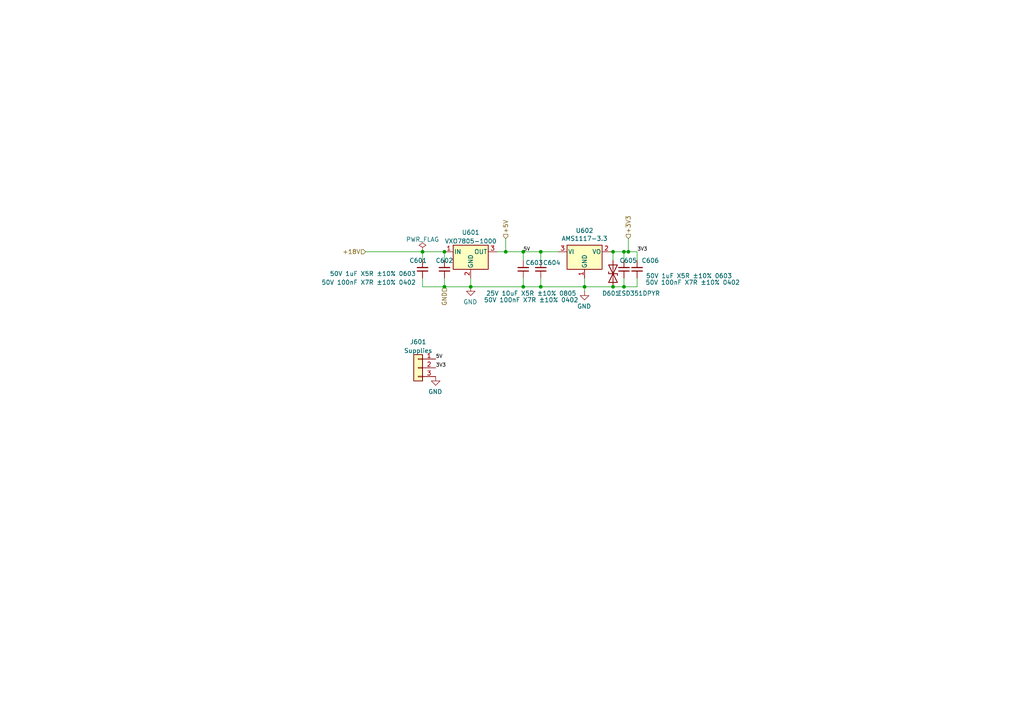
<source format=kicad_sch>
(kicad_sch (version 20211123) (generator eeschema)
  (paper "A4")
  (lib_symbols
    (symbol "Connector_Generic:Conn_01x03" (pin_names (offset 1.016) hide)
      (property "Reference" "J" (at 0 5.08 0))
      (property "Value" "Conn_01x03" (at 0 -5.08 0))
      (symbol "Conn_01x03_1_1"
        (rectangle (start -1.27 -2.413) (end 0 -2.667) (stroke (width 0.1524)))
        (rectangle (start -1.27 0.127) (end 0 -0.127) (stroke (width 0.1524)))
        (rectangle (start -1.27 2.667) (end 0 2.413) (stroke (width 0.1524)))
        (rectangle (start -1.27 3.81) (end 1.27 -3.81) (stroke (width 0.254)) (fill (type background)))
        (pin passive line (at -5.08 2.54 0) (length 3.81) (name "Pin_1") (number "1"))
        (pin passive line (at -5.08 0 0) (length 3.81) (name "Pin_2") (number "2"))
        (pin passive line (at -5.08 -2.54 0) (length 3.81) (name "Pin_3") (number "3"))
      )
    )
    (symbol "Device:C_Small" (pin_numbers hide) (pin_names (offset 0.254) hide)
      (property "Reference" "C" (at 0.254 1.778 0))
      (property "Value" "C_Small" (at 0.254 -2.032 0))
      (symbol "C_Small_0_1"
        (polyline (pts (xy -1.524 -0.508) (xy 1.524 -0.508)) (stroke (width 0.3302)))
        (polyline (pts (xy -1.524 0.508) (xy 1.524 0.508)) (stroke (width 0.3048)))
      )
      (symbol "C_Small_1_1"
        (pin passive line (at 0 2.54 270) (length 2.032) (name "~") (number "1"))
        (pin passive line (at 0 -2.54 90) (length 2.032) (name "~") (number "2"))
      )
    )
    (symbol "Device:D_TVS" (pin_numbers hide) (pin_names (offset 1.016) hide)
      (property "Reference" "D" (at 0 2.54 0))
      (property "Value" "D_TVS" (at 0 -2.54 0))
      (symbol "D_TVS_0_1"
        (polyline (pts (xy 1.27 0) (xy -1.27 0)))
        (polyline (pts (xy 0.508 1.27) (xy 0 1.27) (xy 0 -1.27) (xy -0.508 -1.27)) (stroke (width 0.254)))
        (polyline (pts (xy -2.54 1.27) (xy -2.54 -1.27) (xy 2.54 1.27) (xy 2.54 -1.27) (xy -2.54 1.27)) (stroke (width 0.254)))
      )
      (symbol "D_TVS_1_1"
        (pin passive line (at -3.81 0 0) (length 2.54) (name "A1") (number "1"))
        (pin passive line (at 3.81 0 180) (length 2.54) (name "A2") (number "2"))
      )
    )
    (symbol "Regulator_Linear:AP1117-15" (pin_names (offset 0.254))
      (property "Reference" "U" (at -3.81 3.175 0))
      (property "Value" "AP1117-15" (at 0 3.175 0))
      (symbol "AP1117-15_0_1"
        (rectangle (start -5.08 -5.08) (end 5.08 1.905) (stroke (width 0.254)) (fill (type background)))
      )
      (symbol "AP1117-15_1_1"
        (pin power_in line (at 0 -7.62 90) (length 2.54) (name "GND") (number "1"))
        (pin power_out line (at 7.62 0 180) (length 2.54) (name "VO") (number "2"))
        (pin power_in line (at -7.62 0 0) (length 2.54) (name "VI") (number "3"))
      )
    )
    (symbol "Regulator_Linear:L7805" (pin_names (offset 0.254))
      (property "Reference" "U" (at -3.81 3.175 0))
      (property "Value" "L7805" (at 0 3.175 0))
      (symbol "L7805_0_1"
        (rectangle (start -5.08 1.905) (end 5.08 -5.08) (stroke (width 0.254)) (fill (type background)))
      )
      (symbol "L7805_1_1"
        (pin power_in line (at -7.62 0 0) (length 2.54) (name "IN") (number "1"))
        (pin power_in line (at 0 -7.62 90) (length 2.54) (name "GND") (number "2"))
        (pin power_out line (at 7.62 0 180) (length 2.54) (name "OUT") (number "3"))
      )
    )
    (symbol "power:GND" (power) (pin_names (offset 0))
      (property "Value" "GND" (at 0 -3.81 0))
      (symbol "GND_0_1"
        (polyline (pts (xy 0 0) (xy 0 -1.27) (xy 1.27 -1.27) (xy 0 -2.54) (xy -1.27 -1.27) (xy 0 -1.27)))
      )
      (symbol "GND_1_1"
        (pin power_in line (at 0 0 270) (length 0) hide (name "GND") (number "1"))
      )
    )
    (symbol "power:PWR_FLAG" (power) (pin_numbers hide) (pin_names (offset 0) hide)
      (property "Value" "PWR_FLAG" (at 0 3.81 0))
      (symbol "PWR_FLAG_0_0"
        (pin power_out line (at 0 0 90) (length 0) (name "pwr") (number "1"))
      )
      (symbol "PWR_FLAG_0_1"
        (polyline (pts (xy 0 0) (xy 0 1.27) (xy -1.016 1.905) (xy 0 2.54) (xy 1.016 1.905) (xy 0 1.27)))
      )
    )
  )
  (junction (at 151.765 83.185))
  (junction (at 136.525 83.185))
  (junction (at 177.8 83.185))
  (junction (at 156.845 83.185))
  (junction (at 146.685 73.025))
  (junction (at 128.905 83.185))
  (junction (at 180.975 73.025))
  (junction (at 122.555 73.025))
  (junction (at 182.245 73.025))
  (junction (at 169.545 83.185))
  (junction (at 151.765 73.025))
  (junction (at 156.845 73.025))
  (junction (at 177.8 73.025))
  (junction (at 180.975 83.185))
  (junction (at 128.905 73.025))
  (wire (pts (xy 169.545 83.185) (xy 156.845 83.185)))
  (wire (pts (xy 151.765 73.025) (xy 146.685 73.025)))
  (wire (pts (xy 184.785 80.645) (xy 184.785 83.185)))
  (wire (pts (xy 169.545 83.185) (xy 169.545 80.645)))
  (wire (pts (xy 182.245 69.215) (xy 182.245 73.025)))
  (wire (pts (xy 136.525 80.645) (xy 136.525 83.185)))
  (wire (pts (xy 177.8 83.185) (xy 169.545 83.185)))
  (wire (pts (xy 128.905 73.025) (xy 122.555 73.025)))
  (wire (pts (xy 136.525 83.185) (xy 151.765 83.185)))
  (wire (pts (xy 122.555 83.185) (xy 128.905 83.185)))
  (wire (pts (xy 184.785 83.185) (xy 180.975 83.185)))
  (wire (pts (xy 169.545 84.455) (xy 169.545 83.185)))
  (wire (pts (xy 151.765 75.565) (xy 151.765 73.025)))
  (wire (pts (xy 156.845 83.185) (xy 151.765 83.185)))
  (wire (pts (xy 122.555 75.565) (xy 122.555 73.025)))
  (wire (pts (xy 180.975 83.185) (xy 180.975 80.645)))
  (wire (pts (xy 177.8 73.025) (xy 177.165 73.025)))
  (wire (pts (xy 146.685 69.215) (xy 146.685 73.025)))
  (wire (pts (xy 156.845 80.645) (xy 156.845 83.185)))
  (wire (pts (xy 182.245 73.025) (xy 180.975 73.025)))
  (wire (pts (xy 180.975 73.025) (xy 177.8 73.025)))
  (wire (pts (xy 180.975 83.185) (xy 177.8 83.185)))
  (wire (pts (xy 122.555 80.645) (xy 122.555 83.185)))
  (wire (pts (xy 156.845 73.025) (xy 151.765 73.025)))
  (wire (pts (xy 184.785 75.565) (xy 184.785 73.025)))
  (wire (pts (xy 144.145 73.025) (xy 146.685 73.025)))
  (wire (pts (xy 184.785 73.025) (xy 182.245 73.025)))
  (wire (pts (xy 161.925 73.025) (xy 156.845 73.025)))
  (wire (pts (xy 128.905 80.645) (xy 128.905 83.185)))
  (wire (pts (xy 151.765 80.645) (xy 151.765 83.185)))
  (wire (pts (xy 177.8 73.025) (xy 177.8 75.565)))
  (wire (pts (xy 180.975 75.565) (xy 180.975 73.025)))
  (wire (pts (xy 156.845 75.565) (xy 156.845 73.025)))
  (wire (pts (xy 128.905 75.565) (xy 128.905 73.025)))
  (wire (pts (xy 106.045 73.025) (xy 122.555 73.025)))
  (wire (pts (xy 128.905 83.185) (xy 136.525 83.185)))
  (label "5V" (at 126.365 104.14 0) (effects (font (size 1.016 1.016))))
  (label "3V3" (at 184.785 73.025 0) (effects (font (size 1.016 1.016))))
  (label "3V3" (at 126.365 106.68 0) (effects (font (size 1.016 1.016))))
  (label "5V" (at 151.765 73.025 0) (effects (font (size 1.016 1.016))))
  (hierarchical_label "GND" (shape input) (at 128.905 83.185 270))
  (hierarchical_label "+5V" (shape input) (at 146.685 69.215 90))
  (hierarchical_label "+18V" (shape input) (at 106.045 73.025 180))
  (hierarchical_label "+3V3" (shape input) (at 182.245 69.215 90))
  (symbol (lib_id "Regulator_Linear:AP1117-15") (at 169.545 73.025 0) (unit 1)
    (property "Reference" "U602" (at 169.545 66.8782 0))
    (property "Value" "AMS1117-3.3" (at 169.545 69.1896 0))
    (property "Footprint" "Package_TO_SOT_SMD:SOT-223-3_TabPin2" (effects hide))
  )
  (symbol (lib_id "power:GND") (at 126.365 109.22 0) (mirror y) (unit 1)
    (property "Reference" "#PWR0601" (effects hide))
    (property "Value" "GND" (at 126.238 113.6142 0))
  )
  (symbol (lib_id "Device:C_Small") (at 180.975 78.105 0) (mirror x) (unit 1)
    (property "Reference" "C605" (at 184.785 75.565 0) (effects (justify right)))
    (property "Value" "50V 100nF X7R ±10% 0402" (at 214.63 81.915 0) (effects (justify right)))
    (property "Footprint" "Capacitor_SMD:C_0603_1608Metric_Pad1.08x0.95mm_HandSolder" (effects hide))
  )
  (symbol (lib_id "power:PWR_FLAG") (at 122.555 73.025 0) (unit 1)
    (property "Reference" "#FLG0601" (effects hide))
    (property "Value" "PWR_FLAG" (at 122.555 69.4492 0))
  )
  (symbol (lib_id "Device:D_TVS") (at 177.8 79.375 90) (unit 1)
    (property "Reference" "D601" (at 174.625 85.09 90) (effects (justify right)))
    (property "Value" "ESD351DPYR" (at 179.07 85.09 90) (effects (justify right)))
    (property "Footprint" "Diode_SMD:D_0402_1005Metric_Pad0.77x0.64mm_HandSolder" (effects hide))
  )
  (symbol (lib_id "Regulator_Linear:L7805") (at 136.525 73.025 0) (unit 1)
    (property "Reference" "U601" (at 136.525 67.4202 0))
    (property "Value" "VXO7805-1000" (at 136.525 69.9571 0))
    (property "Footprint" "Zenite:TO-220-3_Horizontal_TabDown_SMD_3" (effects hide))
    (property "Datasheet" "https://www.mouser.com/ProductDetail/CUI-Inc/VXO7805-1000?qs=HXFqYaX1Q2zTUq5iRuYtuQ%3D%3D" (effects hide))
  )
  (symbol (lib_id "power:GND") (at 136.525 83.185 0) (mirror y) (unit 1)
    (property "Reference" "#PWR0602" (effects hide))
    (property "Value" "GND" (at 136.398 87.5792 0))
  )
  (symbol (lib_id "Connector_Generic:Conn_01x03") (at 121.285 106.68 0) (mirror y) (unit 1)
    (property "Reference" "J601" (at 121.285 99.1702 0))
    (property "Value" "Supplies" (at 121.285 101.7071 0))
    (property "Footprint" "Connector_PinHeader_2.54mm:PinHeader_1x03_P2.54mm_Vertical" (effects hide))
  )
  (symbol (lib_id "Device:C_Small") (at 128.905 78.105 0) (mirror x) (unit 1)
    (property "Reference" "C602" (at 131.445 75.565 0) (effects (justify right)))
    (property "Value" "50V 100nF X7R ±10% 0402" (at 120.65 81.915 0) (effects (justify right)))
    (property "Footprint" "Capacitor_SMD:C_0603_1608Metric_Pad1.08x0.95mm_HandSolder" (effects hide))
  )
  (symbol (lib_id "Device:C_Small") (at 156.845 78.105 180) (unit 1)
    (property "Reference" "C604" (at 157.48 76.2 0) (effects (justify right)))
    (property "Value" "50V 100nF X7R ±10% 0402" (at 140.335 86.995 0) (effects (justify right)))
    (property "Footprint" "Capacitor_SMD:C_0603_1608Metric_Pad1.08x0.95mm_HandSolder" (effects hide))
  )
  (symbol (lib_id "Device:C_Small") (at 122.555 78.105 0) (mirror x) (unit 1)
    (property "Reference" "C601" (at 123.825 75.565 0) (effects (justify right)))
    (property "Value" "50V 1uF X5R ±10% 0603" (at 120.65 79.375 0) (effects (justify right)))
    (property "Footprint" "Capacitor_SMD:C_1206_3216Metric_Pad1.33x1.80mm_HandSolder" (effects hide))
  )
  (symbol (lib_id "Device:C_Small") (at 184.785 78.105 180) (unit 1)
    (property "Reference" "C606" (at 186.055 75.565 0) (effects (justify right)))
    (property "Value" "50V 1uF X5R ±10% 0603" (at 187.325 80.01 0) (effects (justify right)))
    (property "Footprint" "Capacitor_SMD:C_1206_3216Metric_Pad1.33x1.80mm_HandSolder" (effects hide))
  )
  (symbol (lib_id "Device:C_Small") (at 151.765 78.105 180) (unit 1)
    (property "Reference" "C603" (at 152.4 76.2 0) (effects (justify right)))
    (property "Value" "25V 10uF X5R ±10% 0805" (at 140.97 85.09 0) (effects (justify right)))
    (property "Footprint" "Capacitor_SMD:C_1206_3216Metric_Pad1.33x1.80mm_HandSolder" (effects hide))
  )
  (symbol (lib_id "power:GND") (at 169.545 84.455 0) (mirror y) (unit 1)
    (property "Reference" "#PWR0603" (effects hide))
    (property "Value" "GND" (at 169.418 88.8492 0))
  )
)
</source>
